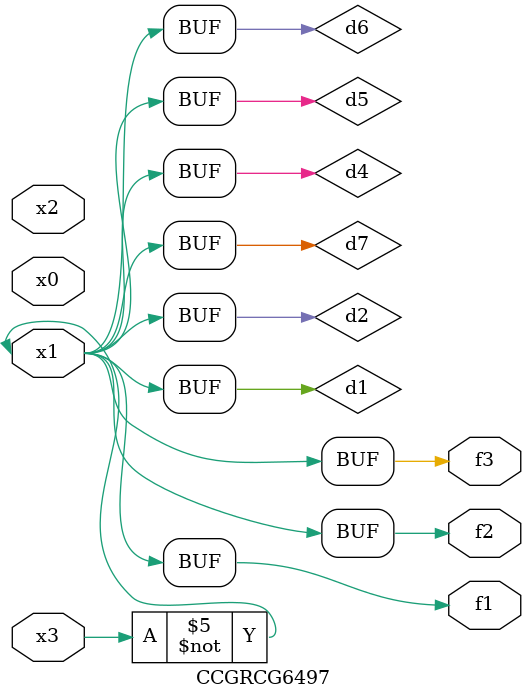
<source format=v>
module CCGRCG6497(
	input x0, x1, x2, x3,
	output f1, f2, f3
);

	wire d1, d2, d3, d4, d5, d6, d7;

	not (d1, x3);
	buf (d2, x1);
	xnor (d3, d1, d2);
	nor (d4, d1);
	buf (d5, d1, d2);
	buf (d6, d4, d5);
	nand (d7, d4);
	assign f1 = d6;
	assign f2 = d7;
	assign f3 = d6;
endmodule

</source>
